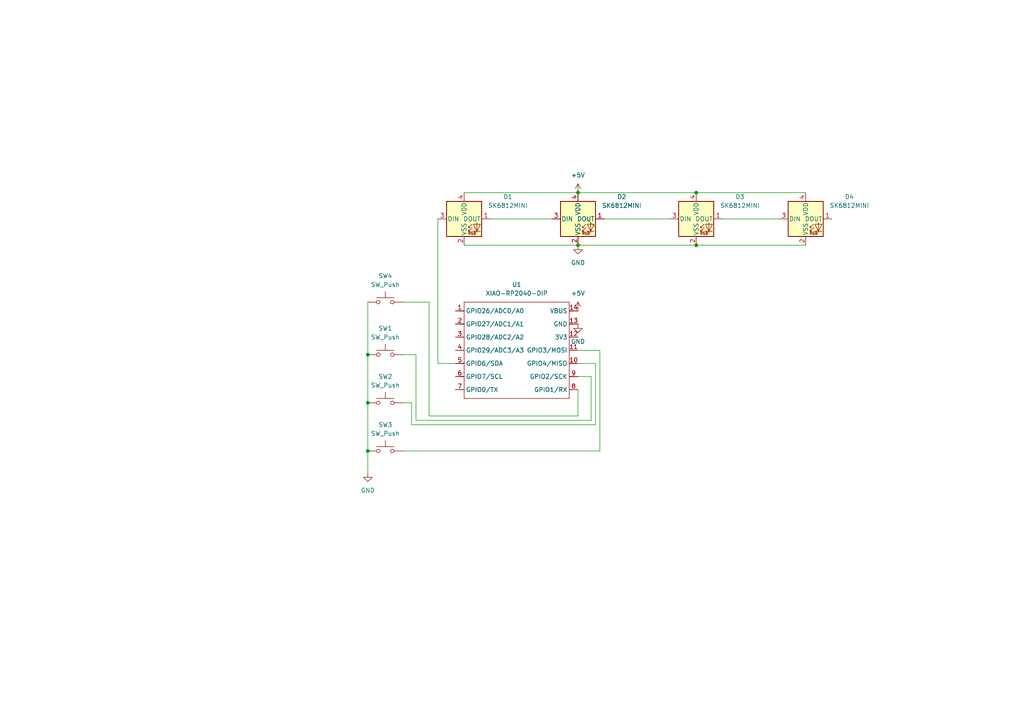
<source format=kicad_sch>
(kicad_sch
	(version 20250114)
	(generator "eeschema")
	(generator_version "9.0")
	(uuid "c58760ed-8396-4ee1-92b4-d6d1fcb9c614")
	(paper "A4")
	(lib_symbols
		(symbol "LED:SK6812MINI"
			(pin_names
				(offset 0.254)
			)
			(exclude_from_sim no)
			(in_bom yes)
			(on_board yes)
			(property "Reference" "D"
				(at 5.08 5.715 0)
				(effects
					(font
						(size 1.27 1.27)
					)
					(justify right bottom)
				)
			)
			(property "Value" "SK6812MINI"
				(at 1.27 -5.715 0)
				(effects
					(font
						(size 1.27 1.27)
					)
					(justify left top)
				)
			)
			(property "Footprint" "LED_SMD:LED_SK6812MINI_PLCC4_3.5x3.5mm_P1.75mm"
				(at 1.27 -7.62 0)
				(effects
					(font
						(size 1.27 1.27)
					)
					(justify left top)
					(hide yes)
				)
			)
			(property "Datasheet" "https://cdn-shop.adafruit.com/product-files/2686/SK6812MINI_REV.01-1-2.pdf"
				(at 2.54 -9.525 0)
				(effects
					(font
						(size 1.27 1.27)
					)
					(justify left top)
					(hide yes)
				)
			)
			(property "Description" "RGB LED with integrated controller"
				(at 0 0 0)
				(effects
					(font
						(size 1.27 1.27)
					)
					(hide yes)
				)
			)
			(property "ki_keywords" "RGB LED NeoPixel Mini addressable"
				(at 0 0 0)
				(effects
					(font
						(size 1.27 1.27)
					)
					(hide yes)
				)
			)
			(property "ki_fp_filters" "LED*SK6812MINI*PLCC*3.5x3.5mm*P1.75mm*"
				(at 0 0 0)
				(effects
					(font
						(size 1.27 1.27)
					)
					(hide yes)
				)
			)
			(symbol "SK6812MINI_0_0"
				(text "RGB"
					(at 2.286 -4.191 0)
					(effects
						(font
							(size 0.762 0.762)
						)
					)
				)
			)
			(symbol "SK6812MINI_0_1"
				(polyline
					(pts
						(xy 1.27 -2.54) (xy 1.778 -2.54)
					)
					(stroke
						(width 0)
						(type default)
					)
					(fill
						(type none)
					)
				)
				(polyline
					(pts
						(xy 1.27 -3.556) (xy 1.778 -3.556)
					)
					(stroke
						(width 0)
						(type default)
					)
					(fill
						(type none)
					)
				)
				(polyline
					(pts
						(xy 2.286 -1.524) (xy 1.27 -2.54) (xy 1.27 -2.032)
					)
					(stroke
						(width 0)
						(type default)
					)
					(fill
						(type none)
					)
				)
				(polyline
					(pts
						(xy 2.286 -2.54) (xy 1.27 -3.556) (xy 1.27 -3.048)
					)
					(stroke
						(width 0)
						(type default)
					)
					(fill
						(type none)
					)
				)
				(polyline
					(pts
						(xy 3.683 -1.016) (xy 3.683 -3.556) (xy 3.683 -4.064)
					)
					(stroke
						(width 0)
						(type default)
					)
					(fill
						(type none)
					)
				)
				(polyline
					(pts
						(xy 4.699 -1.524) (xy 2.667 -1.524) (xy 3.683 -3.556) (xy 4.699 -1.524)
					)
					(stroke
						(width 0)
						(type default)
					)
					(fill
						(type none)
					)
				)
				(polyline
					(pts
						(xy 4.699 -3.556) (xy 2.667 -3.556)
					)
					(stroke
						(width 0)
						(type default)
					)
					(fill
						(type none)
					)
				)
				(rectangle
					(start 5.08 5.08)
					(end -5.08 -5.08)
					(stroke
						(width 0.254)
						(type default)
					)
					(fill
						(type background)
					)
				)
			)
			(symbol "SK6812MINI_1_1"
				(pin input line
					(at -7.62 0 0)
					(length 2.54)
					(name "DIN"
						(effects
							(font
								(size 1.27 1.27)
							)
						)
					)
					(number "3"
						(effects
							(font
								(size 1.27 1.27)
							)
						)
					)
				)
				(pin power_in line
					(at 0 7.62 270)
					(length 2.54)
					(name "VDD"
						(effects
							(font
								(size 1.27 1.27)
							)
						)
					)
					(number "4"
						(effects
							(font
								(size 1.27 1.27)
							)
						)
					)
				)
				(pin power_in line
					(at 0 -7.62 90)
					(length 2.54)
					(name "VSS"
						(effects
							(font
								(size 1.27 1.27)
							)
						)
					)
					(number "2"
						(effects
							(font
								(size 1.27 1.27)
							)
						)
					)
				)
				(pin output line
					(at 7.62 0 180)
					(length 2.54)
					(name "DOUT"
						(effects
							(font
								(size 1.27 1.27)
							)
						)
					)
					(number "1"
						(effects
							(font
								(size 1.27 1.27)
							)
						)
					)
				)
			)
			(embedded_fonts no)
		)
		(symbol "Seeed_Studio_XIAO_Series:XIAO-RP2040-DIP"
			(exclude_from_sim no)
			(in_bom yes)
			(on_board yes)
			(property "Reference" "U"
				(at 0 0 0)
				(effects
					(font
						(size 1.27 1.27)
					)
				)
			)
			(property "Value" "XIAO-RP2040-DIP"
				(at 5.334 -1.778 0)
				(effects
					(font
						(size 1.27 1.27)
					)
				)
			)
			(property "Footprint" "Module:MOUDLE14P-XIAO-DIP-SMD"
				(at 14.478 -32.258 0)
				(effects
					(font
						(size 1.27 1.27)
					)
					(hide yes)
				)
			)
			(property "Datasheet" ""
				(at 0 0 0)
				(effects
					(font
						(size 1.27 1.27)
					)
					(hide yes)
				)
			)
			(property "Description" ""
				(at 0 0 0)
				(effects
					(font
						(size 1.27 1.27)
					)
					(hide yes)
				)
			)
			(symbol "XIAO-RP2040-DIP_1_0"
				(polyline
					(pts
						(xy -1.27 -2.54) (xy 29.21 -2.54)
					)
					(stroke
						(width 0.1524)
						(type solid)
					)
					(fill
						(type none)
					)
				)
				(polyline
					(pts
						(xy -1.27 -5.08) (xy -2.54 -5.08)
					)
					(stroke
						(width 0.1524)
						(type solid)
					)
					(fill
						(type none)
					)
				)
				(polyline
					(pts
						(xy -1.27 -5.08) (xy -1.27 -2.54)
					)
					(stroke
						(width 0.1524)
						(type solid)
					)
					(fill
						(type none)
					)
				)
				(polyline
					(pts
						(xy -1.27 -8.89) (xy -2.54 -8.89)
					)
					(stroke
						(width 0.1524)
						(type solid)
					)
					(fill
						(type none)
					)
				)
				(polyline
					(pts
						(xy -1.27 -8.89) (xy -1.27 -5.08)
					)
					(stroke
						(width 0.1524)
						(type solid)
					)
					(fill
						(type none)
					)
				)
				(polyline
					(pts
						(xy -1.27 -12.7) (xy -2.54 -12.7)
					)
					(stroke
						(width 0.1524)
						(type solid)
					)
					(fill
						(type none)
					)
				)
				(polyline
					(pts
						(xy -1.27 -12.7) (xy -1.27 -8.89)
					)
					(stroke
						(width 0.1524)
						(type solid)
					)
					(fill
						(type none)
					)
				)
				(polyline
					(pts
						(xy -1.27 -16.51) (xy -2.54 -16.51)
					)
					(stroke
						(width 0.1524)
						(type solid)
					)
					(fill
						(type none)
					)
				)
				(polyline
					(pts
						(xy -1.27 -16.51) (xy -1.27 -12.7)
					)
					(stroke
						(width 0.1524)
						(type solid)
					)
					(fill
						(type none)
					)
				)
				(polyline
					(pts
						(xy -1.27 -20.32) (xy -2.54 -20.32)
					)
					(stroke
						(width 0.1524)
						(type solid)
					)
					(fill
						(type none)
					)
				)
				(polyline
					(pts
						(xy -1.27 -24.13) (xy -2.54 -24.13)
					)
					(stroke
						(width 0.1524)
						(type solid)
					)
					(fill
						(type none)
					)
				)
				(polyline
					(pts
						(xy -1.27 -27.94) (xy -2.54 -27.94)
					)
					(stroke
						(width 0.1524)
						(type solid)
					)
					(fill
						(type none)
					)
				)
				(polyline
					(pts
						(xy -1.27 -30.48) (xy -1.27 -16.51)
					)
					(stroke
						(width 0.1524)
						(type solid)
					)
					(fill
						(type none)
					)
				)
				(polyline
					(pts
						(xy 29.21 -2.54) (xy 29.21 -5.08)
					)
					(stroke
						(width 0.1524)
						(type solid)
					)
					(fill
						(type none)
					)
				)
				(polyline
					(pts
						(xy 29.21 -5.08) (xy 29.21 -8.89)
					)
					(stroke
						(width 0.1524)
						(type solid)
					)
					(fill
						(type none)
					)
				)
				(polyline
					(pts
						(xy 29.21 -8.89) (xy 29.21 -12.7)
					)
					(stroke
						(width 0.1524)
						(type solid)
					)
					(fill
						(type none)
					)
				)
				(polyline
					(pts
						(xy 29.21 -12.7) (xy 29.21 -30.48)
					)
					(stroke
						(width 0.1524)
						(type solid)
					)
					(fill
						(type none)
					)
				)
				(polyline
					(pts
						(xy 29.21 -30.48) (xy -1.27 -30.48)
					)
					(stroke
						(width 0.1524)
						(type solid)
					)
					(fill
						(type none)
					)
				)
				(polyline
					(pts
						(xy 30.48 -5.08) (xy 29.21 -5.08)
					)
					(stroke
						(width 0.1524)
						(type solid)
					)
					(fill
						(type none)
					)
				)
				(polyline
					(pts
						(xy 30.48 -8.89) (xy 29.21 -8.89)
					)
					(stroke
						(width 0.1524)
						(type solid)
					)
					(fill
						(type none)
					)
				)
				(polyline
					(pts
						(xy 30.48 -12.7) (xy 29.21 -12.7)
					)
					(stroke
						(width 0.1524)
						(type solid)
					)
					(fill
						(type none)
					)
				)
				(polyline
					(pts
						(xy 30.48 -16.51) (xy 29.21 -16.51)
					)
					(stroke
						(width 0.1524)
						(type solid)
					)
					(fill
						(type none)
					)
				)
				(polyline
					(pts
						(xy 30.48 -20.32) (xy 29.21 -20.32)
					)
					(stroke
						(width 0.1524)
						(type solid)
					)
					(fill
						(type none)
					)
				)
				(polyline
					(pts
						(xy 30.48 -24.13) (xy 29.21 -24.13)
					)
					(stroke
						(width 0.1524)
						(type solid)
					)
					(fill
						(type none)
					)
				)
				(polyline
					(pts
						(xy 30.48 -27.94) (xy 29.21 -27.94)
					)
					(stroke
						(width 0.1524)
						(type solid)
					)
					(fill
						(type none)
					)
				)
				(pin passive line
					(at -3.81 -5.08 0)
					(length 2.54)
					(name "GPIO26/ADC0/A0"
						(effects
							(font
								(size 1.27 1.27)
							)
						)
					)
					(number "1"
						(effects
							(font
								(size 1.27 1.27)
							)
						)
					)
				)
				(pin passive line
					(at -3.81 -8.89 0)
					(length 2.54)
					(name "GPIO27/ADC1/A1"
						(effects
							(font
								(size 1.27 1.27)
							)
						)
					)
					(number "2"
						(effects
							(font
								(size 1.27 1.27)
							)
						)
					)
				)
				(pin passive line
					(at -3.81 -12.7 0)
					(length 2.54)
					(name "GPIO28/ADC2/A2"
						(effects
							(font
								(size 1.27 1.27)
							)
						)
					)
					(number "3"
						(effects
							(font
								(size 1.27 1.27)
							)
						)
					)
				)
				(pin passive line
					(at -3.81 -16.51 0)
					(length 2.54)
					(name "GPIO29/ADC3/A3"
						(effects
							(font
								(size 1.27 1.27)
							)
						)
					)
					(number "4"
						(effects
							(font
								(size 1.27 1.27)
							)
						)
					)
				)
				(pin passive line
					(at -3.81 -20.32 0)
					(length 2.54)
					(name "GPIO6/SDA"
						(effects
							(font
								(size 1.27 1.27)
							)
						)
					)
					(number "5"
						(effects
							(font
								(size 1.27 1.27)
							)
						)
					)
				)
				(pin passive line
					(at -3.81 -24.13 0)
					(length 2.54)
					(name "GPIO7/SCL"
						(effects
							(font
								(size 1.27 1.27)
							)
						)
					)
					(number "6"
						(effects
							(font
								(size 1.27 1.27)
							)
						)
					)
				)
				(pin passive line
					(at -3.81 -27.94 0)
					(length 2.54)
					(name "GPIO0/TX"
						(effects
							(font
								(size 1.27 1.27)
							)
						)
					)
					(number "7"
						(effects
							(font
								(size 1.27 1.27)
							)
						)
					)
				)
				(pin passive line
					(at 31.75 -5.08 180)
					(length 2.54)
					(name "VBUS"
						(effects
							(font
								(size 1.27 1.27)
							)
						)
					)
					(number "14"
						(effects
							(font
								(size 1.27 1.27)
							)
						)
					)
				)
				(pin passive line
					(at 31.75 -8.89 180)
					(length 2.54)
					(name "GND"
						(effects
							(font
								(size 1.27 1.27)
							)
						)
					)
					(number "13"
						(effects
							(font
								(size 1.27 1.27)
							)
						)
					)
				)
				(pin passive line
					(at 31.75 -12.7 180)
					(length 2.54)
					(name "3V3"
						(effects
							(font
								(size 1.27 1.27)
							)
						)
					)
					(number "12"
						(effects
							(font
								(size 1.27 1.27)
							)
						)
					)
				)
				(pin passive line
					(at 31.75 -16.51 180)
					(length 2.54)
					(name "GPIO3/MOSI"
						(effects
							(font
								(size 1.27 1.27)
							)
						)
					)
					(number "11"
						(effects
							(font
								(size 1.27 1.27)
							)
						)
					)
				)
				(pin passive line
					(at 31.75 -20.32 180)
					(length 2.54)
					(name "GPIO4/MISO"
						(effects
							(font
								(size 1.27 1.27)
							)
						)
					)
					(number "10"
						(effects
							(font
								(size 1.27 1.27)
							)
						)
					)
				)
				(pin passive line
					(at 31.75 -24.13 180)
					(length 2.54)
					(name "GPIO2/SCK"
						(effects
							(font
								(size 1.27 1.27)
							)
						)
					)
					(number "9"
						(effects
							(font
								(size 1.27 1.27)
							)
						)
					)
				)
				(pin passive line
					(at 31.75 -27.94 180)
					(length 2.54)
					(name "GPIO1/RX"
						(effects
							(font
								(size 1.27 1.27)
							)
						)
					)
					(number "8"
						(effects
							(font
								(size 1.27 1.27)
							)
						)
					)
				)
			)
			(embedded_fonts no)
		)
		(symbol "Switch:SW_Push"
			(pin_numbers
				(hide yes)
			)
			(pin_names
				(offset 1.016)
				(hide yes)
			)
			(exclude_from_sim no)
			(in_bom yes)
			(on_board yes)
			(property "Reference" "SW"
				(at 1.27 2.54 0)
				(effects
					(font
						(size 1.27 1.27)
					)
					(justify left)
				)
			)
			(property "Value" "SW_Push"
				(at 0 -1.524 0)
				(effects
					(font
						(size 1.27 1.27)
					)
				)
			)
			(property "Footprint" ""
				(at 0 5.08 0)
				(effects
					(font
						(size 1.27 1.27)
					)
					(hide yes)
				)
			)
			(property "Datasheet" "~"
				(at 0 5.08 0)
				(effects
					(font
						(size 1.27 1.27)
					)
					(hide yes)
				)
			)
			(property "Description" "Push button switch, generic, two pins"
				(at 0 0 0)
				(effects
					(font
						(size 1.27 1.27)
					)
					(hide yes)
				)
			)
			(property "ki_keywords" "switch normally-open pushbutton push-button"
				(at 0 0 0)
				(effects
					(font
						(size 1.27 1.27)
					)
					(hide yes)
				)
			)
			(symbol "SW_Push_0_1"
				(circle
					(center -2.032 0)
					(radius 0.508)
					(stroke
						(width 0)
						(type default)
					)
					(fill
						(type none)
					)
				)
				(polyline
					(pts
						(xy 0 1.27) (xy 0 3.048)
					)
					(stroke
						(width 0)
						(type default)
					)
					(fill
						(type none)
					)
				)
				(circle
					(center 2.032 0)
					(radius 0.508)
					(stroke
						(width 0)
						(type default)
					)
					(fill
						(type none)
					)
				)
				(polyline
					(pts
						(xy 2.54 1.27) (xy -2.54 1.27)
					)
					(stroke
						(width 0)
						(type default)
					)
					(fill
						(type none)
					)
				)
				(pin passive line
					(at -5.08 0 0)
					(length 2.54)
					(name "1"
						(effects
							(font
								(size 1.27 1.27)
							)
						)
					)
					(number "1"
						(effects
							(font
								(size 1.27 1.27)
							)
						)
					)
				)
				(pin passive line
					(at 5.08 0 180)
					(length 2.54)
					(name "2"
						(effects
							(font
								(size 1.27 1.27)
							)
						)
					)
					(number "2"
						(effects
							(font
								(size 1.27 1.27)
							)
						)
					)
				)
			)
			(embedded_fonts no)
		)
		(symbol "power:+5V"
			(power)
			(pin_numbers
				(hide yes)
			)
			(pin_names
				(offset 0)
				(hide yes)
			)
			(exclude_from_sim no)
			(in_bom yes)
			(on_board yes)
			(property "Reference" "#PWR"
				(at 0 -3.81 0)
				(effects
					(font
						(size 1.27 1.27)
					)
					(hide yes)
				)
			)
			(property "Value" "+5V"
				(at 0 3.556 0)
				(effects
					(font
						(size 1.27 1.27)
					)
				)
			)
			(property "Footprint" ""
				(at 0 0 0)
				(effects
					(font
						(size 1.27 1.27)
					)
					(hide yes)
				)
			)
			(property "Datasheet" ""
				(at 0 0 0)
				(effects
					(font
						(size 1.27 1.27)
					)
					(hide yes)
				)
			)
			(property "Description" "Power symbol creates a global label with name \"+5V\""
				(at 0 0 0)
				(effects
					(font
						(size 1.27 1.27)
					)
					(hide yes)
				)
			)
			(property "ki_keywords" "global power"
				(at 0 0 0)
				(effects
					(font
						(size 1.27 1.27)
					)
					(hide yes)
				)
			)
			(symbol "+5V_0_1"
				(polyline
					(pts
						(xy -0.762 1.27) (xy 0 2.54)
					)
					(stroke
						(width 0)
						(type default)
					)
					(fill
						(type none)
					)
				)
				(polyline
					(pts
						(xy 0 2.54) (xy 0.762 1.27)
					)
					(stroke
						(width 0)
						(type default)
					)
					(fill
						(type none)
					)
				)
				(polyline
					(pts
						(xy 0 0) (xy 0 2.54)
					)
					(stroke
						(width 0)
						(type default)
					)
					(fill
						(type none)
					)
				)
			)
			(symbol "+5V_1_1"
				(pin power_in line
					(at 0 0 90)
					(length 0)
					(name "~"
						(effects
							(font
								(size 1.27 1.27)
							)
						)
					)
					(number "1"
						(effects
							(font
								(size 1.27 1.27)
							)
						)
					)
				)
			)
			(embedded_fonts no)
		)
		(symbol "power:GND"
			(power)
			(pin_numbers
				(hide yes)
			)
			(pin_names
				(offset 0)
				(hide yes)
			)
			(exclude_from_sim no)
			(in_bom yes)
			(on_board yes)
			(property "Reference" "#PWR"
				(at 0 -6.35 0)
				(effects
					(font
						(size 1.27 1.27)
					)
					(hide yes)
				)
			)
			(property "Value" "GND"
				(at 0 -3.81 0)
				(effects
					(font
						(size 1.27 1.27)
					)
				)
			)
			(property "Footprint" ""
				(at 0 0 0)
				(effects
					(font
						(size 1.27 1.27)
					)
					(hide yes)
				)
			)
			(property "Datasheet" ""
				(at 0 0 0)
				(effects
					(font
						(size 1.27 1.27)
					)
					(hide yes)
				)
			)
			(property "Description" "Power symbol creates a global label with name \"GND\" , ground"
				(at 0 0 0)
				(effects
					(font
						(size 1.27 1.27)
					)
					(hide yes)
				)
			)
			(property "ki_keywords" "global power"
				(at 0 0 0)
				(effects
					(font
						(size 1.27 1.27)
					)
					(hide yes)
				)
			)
			(symbol "GND_0_1"
				(polyline
					(pts
						(xy 0 0) (xy 0 -1.27) (xy 1.27 -1.27) (xy 0 -2.54) (xy -1.27 -1.27) (xy 0 -1.27)
					)
					(stroke
						(width 0)
						(type default)
					)
					(fill
						(type none)
					)
				)
			)
			(symbol "GND_1_1"
				(pin power_in line
					(at 0 0 270)
					(length 0)
					(name "~"
						(effects
							(font
								(size 1.27 1.27)
							)
						)
					)
					(number "1"
						(effects
							(font
								(size 1.27 1.27)
							)
						)
					)
				)
			)
			(embedded_fonts no)
		)
	)
	(junction
		(at 201.93 55.88)
		(diameter 0)
		(color 0 0 0 0)
		(uuid "1c788b3f-c1c6-4d91-80a2-bb49f0c0b4d4")
	)
	(junction
		(at 106.68 102.87)
		(diameter 0)
		(color 0 0 0 0)
		(uuid "6908e5e3-d97f-40c7-916c-508b56ad335f")
	)
	(junction
		(at 167.64 55.88)
		(diameter 0)
		(color 0 0 0 0)
		(uuid "6d308fc9-650a-4906-a424-94524490fa49")
	)
	(junction
		(at 167.64 71.12)
		(diameter 0)
		(color 0 0 0 0)
		(uuid "a0a1e78f-c717-4fd1-a9f1-5f4fce895472")
	)
	(junction
		(at 106.68 116.84)
		(diameter 0)
		(color 0 0 0 0)
		(uuid "b27b006c-50b0-4eab-8b33-3c69b5dff4e0")
	)
	(junction
		(at 106.68 130.81)
		(diameter 0)
		(color 0 0 0 0)
		(uuid "ca865fc6-0a4e-4c73-a6a9-47e94c356c1a")
	)
	(junction
		(at 201.93 71.12)
		(diameter 0)
		(color 0 0 0 0)
		(uuid "d02cc685-0a46-4612-87c4-5dcd9cb1178e")
	)
	(bus_entry
		(at 170.18 63.5)
		(size 2.54 2.54)
		(stroke
			(width 0)
			(type default)
		)
		(uuid "dcf7143e-228b-47f9-9bf6-4ad63bee9bb0")
	)
	(wire
		(pts
			(xy 106.68 87.63) (xy 106.68 102.87)
		)
		(stroke
			(width 0)
			(type default)
		)
		(uuid "0225e526-88a5-4762-b7d0-16e969fcef8a")
	)
	(wire
		(pts
			(xy 167.64 120.65) (xy 167.64 113.03)
		)
		(stroke
			(width 0)
			(type default)
		)
		(uuid "0c8c7d10-a03f-4e67-a771-dc96ef65fd7a")
	)
	(wire
		(pts
			(xy 201.93 71.12) (xy 233.68 71.12)
		)
		(stroke
			(width 0)
			(type default)
		)
		(uuid "0ca8f25d-c8df-4ead-8016-a722227df84f")
	)
	(wire
		(pts
			(xy 106.68 116.84) (xy 106.68 130.81)
		)
		(stroke
			(width 0)
			(type default)
		)
		(uuid "1a87157f-3006-4fc1-b61b-c9d19bb561f3")
	)
	(wire
		(pts
			(xy 201.93 55.88) (xy 233.68 55.88)
		)
		(stroke
			(width 0)
			(type default)
		)
		(uuid "21a1371f-236d-47fe-a745-a24453a2d3a0")
	)
	(wire
		(pts
			(xy 172.72 123.19) (xy 172.72 105.41)
		)
		(stroke
			(width 0)
			(type default)
		)
		(uuid "2bab133c-680d-4b73-9ccf-5b92cd98ad6f")
	)
	(wire
		(pts
			(xy 142.24 63.5) (xy 160.02 63.5)
		)
		(stroke
			(width 0)
			(type default)
		)
		(uuid "36fc41be-46a7-4376-ad52-7cbddc35ee3b")
	)
	(wire
		(pts
			(xy 175.26 63.5) (xy 194.31 63.5)
		)
		(stroke
			(width 0)
			(type default)
		)
		(uuid "3b6d777d-0b8c-4eb6-a8ae-941861845b79")
	)
	(wire
		(pts
			(xy 134.62 71.12) (xy 167.64 71.12)
		)
		(stroke
			(width 0)
			(type default)
		)
		(uuid "3c391f3b-24f1-40b9-bbd3-32664dafa891")
	)
	(wire
		(pts
			(xy 209.55 63.5) (xy 226.06 63.5)
		)
		(stroke
			(width 0)
			(type default)
		)
		(uuid "409fc6bc-2d79-49ba-99e5-29c3107becd5")
	)
	(wire
		(pts
			(xy 116.84 116.84) (xy 119.38 116.84)
		)
		(stroke
			(width 0)
			(type default)
		)
		(uuid "42f3ea23-d6f1-49a1-aa0a-ddc31707ebc7")
	)
	(wire
		(pts
			(xy 120.65 102.87) (xy 120.65 121.92)
		)
		(stroke
			(width 0)
			(type default)
		)
		(uuid "5a01f89f-0931-4d46-9e04-69b66fb44390")
	)
	(wire
		(pts
			(xy 173.99 130.81) (xy 173.99 101.6)
		)
		(stroke
			(width 0)
			(type default)
		)
		(uuid "61653e7a-fb33-4db9-b784-f4cef28542cf")
	)
	(wire
		(pts
			(xy 116.84 87.63) (xy 124.46 87.63)
		)
		(stroke
			(width 0)
			(type default)
		)
		(uuid "710d0115-a863-41c0-82e6-d9cf7052f3f5")
	)
	(wire
		(pts
			(xy 124.46 120.65) (xy 167.64 120.65)
		)
		(stroke
			(width 0)
			(type default)
		)
		(uuid "72d2a471-3779-4f5f-9925-301976bc4014")
	)
	(wire
		(pts
			(xy 119.38 123.19) (xy 172.72 123.19)
		)
		(stroke
			(width 0)
			(type default)
		)
		(uuid "73de0807-8aec-4761-9cb0-ae49d78d54ee")
	)
	(wire
		(pts
			(xy 120.65 121.92) (xy 171.45 121.92)
		)
		(stroke
			(width 0)
			(type default)
		)
		(uuid "7622b7a8-33f6-4605-acf2-938fa7717c85")
	)
	(wire
		(pts
			(xy 167.64 71.12) (xy 201.93 71.12)
		)
		(stroke
			(width 0)
			(type default)
		)
		(uuid "7da72bb7-0af2-4cec-a173-3f1ff6b5b111")
	)
	(wire
		(pts
			(xy 173.99 101.6) (xy 167.64 101.6)
		)
		(stroke
			(width 0)
			(type default)
		)
		(uuid "93cf30bb-6aad-454d-8a76-58db85af479e")
	)
	(wire
		(pts
			(xy 106.68 102.87) (xy 106.68 116.84)
		)
		(stroke
			(width 0)
			(type default)
		)
		(uuid "994c7869-82e7-4abd-9727-b3fda214a821")
	)
	(wire
		(pts
			(xy 132.08 105.41) (xy 127 105.41)
		)
		(stroke
			(width 0)
			(type default)
		)
		(uuid "9d73e2ce-dc92-42f4-bdd1-9bccdd818807")
	)
	(wire
		(pts
			(xy 134.62 55.88) (xy 167.64 55.88)
		)
		(stroke
			(width 0)
			(type default)
		)
		(uuid "9d9c2606-50b1-4732-ace0-e8011480410f")
	)
	(wire
		(pts
			(xy 124.46 87.63) (xy 124.46 120.65)
		)
		(stroke
			(width 0)
			(type default)
		)
		(uuid "9f20bce2-a596-4319-8c50-ffb74e0f25e8")
	)
	(wire
		(pts
			(xy 127 63.5) (xy 127 105.41)
		)
		(stroke
			(width 0)
			(type default)
		)
		(uuid "a29f0999-6a97-4d61-93ab-9f122c3f91b1")
	)
	(wire
		(pts
			(xy 171.45 109.22) (xy 167.64 109.22)
		)
		(stroke
			(width 0)
			(type default)
		)
		(uuid "a732b5cb-16f9-46a2-9b36-7676298a86fa")
	)
	(wire
		(pts
			(xy 106.68 130.81) (xy 106.68 137.16)
		)
		(stroke
			(width 0)
			(type default)
		)
		(uuid "b4470736-7876-4047-aaf5-4f42cf49219b")
	)
	(wire
		(pts
			(xy 116.84 130.81) (xy 173.99 130.81)
		)
		(stroke
			(width 0)
			(type default)
		)
		(uuid "c0b95ed7-9781-41b3-8ef9-225484dca93b")
	)
	(wire
		(pts
			(xy 172.72 105.41) (xy 167.64 105.41)
		)
		(stroke
			(width 0)
			(type default)
		)
		(uuid "c3f5f891-cccc-486a-b349-9f003b9eb025")
	)
	(wire
		(pts
			(xy 119.38 116.84) (xy 119.38 123.19)
		)
		(stroke
			(width 0)
			(type default)
		)
		(uuid "cc2d36f3-6f5f-4083-8971-21b9769d2426")
	)
	(wire
		(pts
			(xy 116.84 102.87) (xy 120.65 102.87)
		)
		(stroke
			(width 0)
			(type default)
		)
		(uuid "cfa88904-4e65-4393-852b-7c370c88f9d0")
	)
	(wire
		(pts
			(xy 171.45 121.92) (xy 171.45 109.22)
		)
		(stroke
			(width 0)
			(type default)
		)
		(uuid "d12b8d95-a6bf-4a53-b4a1-6024acf4930f")
	)
	(wire
		(pts
			(xy 167.64 55.88) (xy 201.93 55.88)
		)
		(stroke
			(width 0)
			(type default)
		)
		(uuid "f50899a5-63da-48be-9dfa-b70e7690eb87")
	)
	(symbol
		(lib_id "Switch:SW_Push")
		(at 111.76 130.81 0)
		(unit 1)
		(exclude_from_sim no)
		(in_bom yes)
		(on_board yes)
		(dnp no)
		(fields_autoplaced yes)
		(uuid "0cb891ba-1df0-497f-8c41-6d2fe0dd4d8e")
		(property "Reference" "SW3"
			(at 111.76 123.19 0)
			(effects
				(font
					(size 1.27 1.27)
				)
			)
		)
		(property "Value" "SW_Push"
			(at 111.76 125.73 0)
			(effects
				(font
					(size 1.27 1.27)
				)
			)
		)
		(property "Footprint" "Button_Switch_Keyboard:SW_Cherry_MX_1.00u_PCB"
			(at 111.76 125.73 0)
			(effects
				(font
					(size 1.27 1.27)
				)
				(hide yes)
			)
		)
		(property "Datasheet" "~"
			(at 111.76 125.73 0)
			(effects
				(font
					(size 1.27 1.27)
				)
				(hide yes)
			)
		)
		(property "Description" "Push button switch, generic, two pins"
			(at 111.76 130.81 0)
			(effects
				(font
					(size 1.27 1.27)
				)
				(hide yes)
			)
		)
		(pin "1"
			(uuid "40014acc-bb18-44ca-8016-92ab909ee622")
		)
		(pin "2"
			(uuid "fff59cfb-ef6f-46d1-9250-16bc500c0036")
		)
		(instances
			(project ""
				(path "/c58760ed-8396-4ee1-92b4-d6d1fcb9c614"
					(reference "SW3")
					(unit 1)
				)
			)
		)
	)
	(symbol
		(lib_id "power:GND")
		(at 106.68 137.16 0)
		(unit 1)
		(exclude_from_sim no)
		(in_bom yes)
		(on_board yes)
		(dnp no)
		(fields_autoplaced yes)
		(uuid "2816efb8-117b-42c1-a742-467424f7a205")
		(property "Reference" "#PWR01"
			(at 106.68 143.51 0)
			(effects
				(font
					(size 1.27 1.27)
				)
				(hide yes)
			)
		)
		(property "Value" "GND"
			(at 106.68 142.24 0)
			(effects
				(font
					(size 1.27 1.27)
				)
			)
		)
		(property "Footprint" ""
			(at 106.68 137.16 0)
			(effects
				(font
					(size 1.27 1.27)
				)
				(hide yes)
			)
		)
		(property "Datasheet" ""
			(at 106.68 137.16 0)
			(effects
				(font
					(size 1.27 1.27)
				)
				(hide yes)
			)
		)
		(property "Description" "Power symbol creates a global label with name \"GND\" , ground"
			(at 106.68 137.16 0)
			(effects
				(font
					(size 1.27 1.27)
				)
				(hide yes)
			)
		)
		(pin "1"
			(uuid "694458f2-bbc8-4578-8538-7d61f9fbc1c5")
		)
		(instances
			(project ""
				(path "/c58760ed-8396-4ee1-92b4-d6d1fcb9c614"
					(reference "#PWR01")
					(unit 1)
				)
			)
		)
	)
	(symbol
		(lib_id "LED:SK6812MINI")
		(at 233.68 63.5 0)
		(unit 1)
		(exclude_from_sim no)
		(in_bom yes)
		(on_board yes)
		(dnp no)
		(fields_autoplaced yes)
		(uuid "2d844b76-0031-4096-8bff-0304d5ace485")
		(property "Reference" "D4"
			(at 246.38 57.0798 0)
			(effects
				(font
					(size 1.27 1.27)
				)
			)
		)
		(property "Value" "SK6812MINI"
			(at 246.38 59.6198 0)
			(effects
				(font
					(size 1.27 1.27)
				)
			)
		)
		(property "Footprint" "LED_SMD:LED_SK6812MINI_PLCC4_3.5x3.5mm_P1.75mm"
			(at 234.95 71.12 0)
			(effects
				(font
					(size 1.27 1.27)
				)
				(justify left top)
				(hide yes)
			)
		)
		(property "Datasheet" "https://cdn-shop.adafruit.com/product-files/2686/SK6812MINI_REV.01-1-2.pdf"
			(at 236.22 73.025 0)
			(effects
				(font
					(size 1.27 1.27)
				)
				(justify left top)
				(hide yes)
			)
		)
		(property "Description" "RGB LED with integrated controller"
			(at 233.68 63.5 0)
			(effects
				(font
					(size 1.27 1.27)
				)
				(hide yes)
			)
		)
		(pin "4"
			(uuid "2cf94dc6-d835-46e8-827e-c607178f1dfc")
		)
		(pin "2"
			(uuid "c9188787-ceb1-4eab-ad7b-898d91a5043f")
		)
		(pin "3"
			(uuid "4b02f5af-3fa3-4dfd-a496-f843416bf186")
		)
		(pin "1"
			(uuid "9c74b5b9-747a-4649-83de-0b62df79cc81")
		)
		(instances
			(project ""
				(path "/c58760ed-8396-4ee1-92b4-d6d1fcb9c614"
					(reference "D4")
					(unit 1)
				)
			)
		)
	)
	(symbol
		(lib_id "LED:SK6812MINI")
		(at 167.64 63.5 0)
		(unit 1)
		(exclude_from_sim no)
		(in_bom yes)
		(on_board yes)
		(dnp no)
		(fields_autoplaced yes)
		(uuid "3180805c-0280-4902-aea2-135a70778c7d")
		(property "Reference" "D2"
			(at 180.34 57.0798 0)
			(effects
				(font
					(size 1.27 1.27)
				)
			)
		)
		(property "Value" "SK6812MINI"
			(at 180.34 59.6198 0)
			(effects
				(font
					(size 1.27 1.27)
				)
			)
		)
		(property "Footprint" "LED_SMD:LED_SK6812MINI_PLCC4_3.5x3.5mm_P1.75mm"
			(at 168.91 71.12 0)
			(effects
				(font
					(size 1.27 1.27)
				)
				(justify left top)
				(hide yes)
			)
		)
		(property "Datasheet" "https://cdn-shop.adafruit.com/product-files/2686/SK6812MINI_REV.01-1-2.pdf"
			(at 170.18 73.025 0)
			(effects
				(font
					(size 1.27 1.27)
				)
				(justify left top)
				(hide yes)
			)
		)
		(property "Description" "RGB LED with integrated controller"
			(at 167.64 63.5 0)
			(effects
				(font
					(size 1.27 1.27)
				)
				(hide yes)
			)
		)
		(pin "3"
			(uuid "d59a40cc-9fc9-4c99-9628-0e7b168fd19d")
		)
		(pin "2"
			(uuid "5be33598-2ef2-445d-baf1-35d4c69f8eed")
		)
		(pin "4"
			(uuid "db0cf3fc-221c-4a09-ab02-47488d112b5c")
		)
		(pin "1"
			(uuid "79277fff-007c-43a3-b7d5-fd20cc110a45")
		)
		(instances
			(project ""
				(path "/c58760ed-8396-4ee1-92b4-d6d1fcb9c614"
					(reference "D2")
					(unit 1)
				)
			)
		)
	)
	(symbol
		(lib_id "Switch:SW_Push")
		(at 111.76 87.63 0)
		(unit 1)
		(exclude_from_sim no)
		(in_bom yes)
		(on_board yes)
		(dnp no)
		(fields_autoplaced yes)
		(uuid "3b39520e-6799-4f7f-a825-2888e0b19a37")
		(property "Reference" "SW4"
			(at 111.76 80.01 0)
			(effects
				(font
					(size 1.27 1.27)
				)
			)
		)
		(property "Value" "SW_Push"
			(at 111.76 82.55 0)
			(effects
				(font
					(size 1.27 1.27)
				)
			)
		)
		(property "Footprint" "Button_Switch_Keyboard:SW_Cherry_MX_1.00u_PCB"
			(at 111.76 82.55 0)
			(effects
				(font
					(size 1.27 1.27)
				)
				(hide yes)
			)
		)
		(property "Datasheet" "~"
			(at 111.76 82.55 0)
			(effects
				(font
					(size 1.27 1.27)
				)
				(hide yes)
			)
		)
		(property "Description" "Push button switch, generic, two pins"
			(at 111.76 87.63 0)
			(effects
				(font
					(size 1.27 1.27)
				)
				(hide yes)
			)
		)
		(pin "1"
			(uuid "40014acc-bb18-44ca-8016-92ab909ee623")
		)
		(pin "2"
			(uuid "fff59cfb-ef6f-46d1-9250-16bc500c0037")
		)
		(instances
			(project ""
				(path "/c58760ed-8396-4ee1-92b4-d6d1fcb9c614"
					(reference "SW4")
					(unit 1)
				)
			)
		)
	)
	(symbol
		(lib_id "power:GND")
		(at 167.64 93.98 0)
		(unit 1)
		(exclude_from_sim no)
		(in_bom yes)
		(on_board yes)
		(dnp no)
		(fields_autoplaced yes)
		(uuid "4fd8d104-8a7e-43bf-bd03-b371a1b74f33")
		(property "Reference" "#PWR05"
			(at 167.64 100.33 0)
			(effects
				(font
					(size 1.27 1.27)
				)
				(hide yes)
			)
		)
		(property "Value" "GND"
			(at 167.64 99.06 0)
			(effects
				(font
					(size 1.27 1.27)
				)
			)
		)
		(property "Footprint" ""
			(at 167.64 93.98 0)
			(effects
				(font
					(size 1.27 1.27)
				)
				(hide yes)
			)
		)
		(property "Datasheet" ""
			(at 167.64 93.98 0)
			(effects
				(font
					(size 1.27 1.27)
				)
				(hide yes)
			)
		)
		(property "Description" "Power symbol creates a global label with name \"GND\" , ground"
			(at 167.64 93.98 0)
			(effects
				(font
					(size 1.27 1.27)
				)
				(hide yes)
			)
		)
		(pin "1"
			(uuid "26aaa023-aa1c-4851-a205-5b223326fc9e")
		)
		(instances
			(project ""
				(path "/c58760ed-8396-4ee1-92b4-d6d1fcb9c614"
					(reference "#PWR05")
					(unit 1)
				)
			)
		)
	)
	(symbol
		(lib_id "LED:SK6812MINI")
		(at 134.62 63.5 0)
		(unit 1)
		(exclude_from_sim no)
		(in_bom yes)
		(on_board yes)
		(dnp no)
		(fields_autoplaced yes)
		(uuid "8fa0d018-9298-428d-b928-e7ab72d0047e")
		(property "Reference" "D1"
			(at 147.32 57.0798 0)
			(effects
				(font
					(size 1.27 1.27)
				)
			)
		)
		(property "Value" "SK6812MINI"
			(at 147.32 59.6198 0)
			(effects
				(font
					(size 1.27 1.27)
				)
			)
		)
		(property "Footprint" "LED_SMD:LED_SK6812MINI_PLCC4_3.5x3.5mm_P1.75mm"
			(at 135.89 71.12 0)
			(effects
				(font
					(size 1.27 1.27)
				)
				(justify left top)
				(hide yes)
			)
		)
		(property "Datasheet" "https://cdn-shop.adafruit.com/product-files/2686/SK6812MINI_REV.01-1-2.pdf"
			(at 137.16 73.025 0)
			(effects
				(font
					(size 1.27 1.27)
				)
				(justify left top)
				(hide yes)
			)
		)
		(property "Description" "RGB LED with integrated controller"
			(at 134.62 63.5 0)
			(effects
				(font
					(size 1.27 1.27)
				)
				(hide yes)
			)
		)
		(pin "3"
			(uuid "d59a40cc-9fc9-4c99-9628-0e7b168fd19e")
		)
		(pin "2"
			(uuid "5be33598-2ef2-445d-baf1-35d4c69f8eee")
		)
		(pin "4"
			(uuid "db0cf3fc-221c-4a09-ab02-47488d112b5d")
		)
		(pin "1"
			(uuid "79277fff-007c-43a3-b7d5-fd20cc110a46")
		)
		(instances
			(project ""
				(path "/c58760ed-8396-4ee1-92b4-d6d1fcb9c614"
					(reference "D1")
					(unit 1)
				)
			)
		)
	)
	(symbol
		(lib_id "Seeed_Studio_XIAO_Series:XIAO-RP2040-DIP")
		(at 135.89 85.09 0)
		(unit 1)
		(exclude_from_sim no)
		(in_bom yes)
		(on_board yes)
		(dnp no)
		(fields_autoplaced yes)
		(uuid "aadabfe2-1ba2-4d5a-b244-abcc1ada431c")
		(property "Reference" "U1"
			(at 149.86 82.55 0)
			(effects
				(font
					(size 1.27 1.27)
				)
			)
		)
		(property "Value" "XIAO-RP2040-DIP"
			(at 149.86 85.09 0)
			(effects
				(font
					(size 1.27 1.27)
				)
			)
		)
		(property "Footprint" "Seeed Studio XIAO Series Library:XIAO-RP2040-DIP"
			(at 150.368 117.348 0)
			(effects
				(font
					(size 1.27 1.27)
				)
				(hide yes)
			)
		)
		(property "Datasheet" ""
			(at 135.89 85.09 0)
			(effects
				(font
					(size 1.27 1.27)
				)
				(hide yes)
			)
		)
		(property "Description" ""
			(at 135.89 85.09 0)
			(effects
				(font
					(size 1.27 1.27)
				)
				(hide yes)
			)
		)
		(pin "8"
			(uuid "a0279129-99db-464b-8c4d-a12ef4afbc80")
		)
		(pin "6"
			(uuid "f5fed909-3ea7-4f56-871f-d9930c31375d")
		)
		(pin "9"
			(uuid "e87b24c1-4c3a-4446-8d1d-164d266ab557")
		)
		(pin "12"
			(uuid "987cce42-0771-49ea-b139-102bf39aae9e")
		)
		(pin "2"
			(uuid "5244a757-9ae3-46a5-88ac-900dc16d325d")
		)
		(pin "3"
			(uuid "6caccef7-ea94-4080-baae-7d1c934512f4")
		)
		(pin "4"
			(uuid "81fb0e63-c211-4895-85bf-6393db372e7f")
		)
		(pin "7"
			(uuid "f0ece7da-f324-4764-a4fa-337c29404d21")
		)
		(pin "14"
			(uuid "86b4e6fb-96d5-4842-b6eb-a7305b2eb346")
		)
		(pin "13"
			(uuid "988c5897-b679-4247-a0a6-e66387d09e1d")
		)
		(pin "1"
			(uuid "9463ec51-e0f4-4fb2-b992-e4f9f29526a7")
		)
		(pin "5"
			(uuid "530ce3f8-1817-4513-a38b-b06c7fff6caa")
		)
		(pin "11"
			(uuid "539b89a6-99cb-4e54-8e25-a50e35df339f")
		)
		(pin "10"
			(uuid "acd219e1-93de-45a8-b466-03f8e46192db")
		)
		(instances
			(project ""
				(path "/c58760ed-8396-4ee1-92b4-d6d1fcb9c614"
					(reference "U1")
					(unit 1)
				)
			)
		)
	)
	(symbol
		(lib_id "Switch:SW_Push")
		(at 111.76 116.84 0)
		(unit 1)
		(exclude_from_sim no)
		(in_bom yes)
		(on_board yes)
		(dnp no)
		(uuid "b36f93f5-7879-4d1a-bf96-766771239e02")
		(property "Reference" "SW2"
			(at 111.76 109.22 0)
			(effects
				(font
					(size 1.27 1.27)
				)
			)
		)
		(property "Value" "SW_Push"
			(at 111.76 111.76 0)
			(effects
				(font
					(size 1.27 1.27)
				)
			)
		)
		(property "Footprint" "Button_Switch_Keyboard:SW_Cherry_MX_1.00u_PCB"
			(at 111.76 111.76 0)
			(effects
				(font
					(size 1.27 1.27)
				)
				(hide yes)
			)
		)
		(property "Datasheet" "~"
			(at 111.76 111.76 0)
			(effects
				(font
					(size 1.27 1.27)
				)
				(hide yes)
			)
		)
		(property "Description" "Push button switch, generic, two pins"
			(at 111.76 116.84 0)
			(effects
				(font
					(size 1.27 1.27)
				)
				(hide yes)
			)
		)
		(pin "1"
			(uuid "e85bb10c-1493-4b9e-b764-fdbbaa4ef87c")
		)
		(pin "2"
			(uuid "2022063d-ce31-4ad0-b0d4-749d07dac83d")
		)
		(instances
			(project ""
				(path "/c58760ed-8396-4ee1-92b4-d6d1fcb9c614"
					(reference "SW2")
					(unit 1)
				)
			)
		)
	)
	(symbol
		(lib_id "power:+5V")
		(at 167.64 90.17 0)
		(unit 1)
		(exclude_from_sim no)
		(in_bom yes)
		(on_board yes)
		(dnp no)
		(fields_autoplaced yes)
		(uuid "bb79dedf-0b7e-477d-a64e-62e623ef21f4")
		(property "Reference" "#PWR04"
			(at 167.64 93.98 0)
			(effects
				(font
					(size 1.27 1.27)
				)
				(hide yes)
			)
		)
		(property "Value" "+5V"
			(at 167.64 85.09 0)
			(effects
				(font
					(size 1.27 1.27)
				)
			)
		)
		(property "Footprint" ""
			(at 167.64 90.17 0)
			(effects
				(font
					(size 1.27 1.27)
				)
				(hide yes)
			)
		)
		(property "Datasheet" ""
			(at 167.64 90.17 0)
			(effects
				(font
					(size 1.27 1.27)
				)
				(hide yes)
			)
		)
		(property "Description" "Power symbol creates a global label with name \"+5V\""
			(at 167.64 90.17 0)
			(effects
				(font
					(size 1.27 1.27)
				)
				(hide yes)
			)
		)
		(pin "1"
			(uuid "69cc7a04-c487-418d-9a14-fada468d0069")
		)
		(instances
			(project ""
				(path "/c58760ed-8396-4ee1-92b4-d6d1fcb9c614"
					(reference "#PWR04")
					(unit 1)
				)
			)
		)
	)
	(symbol
		(lib_id "power:+5V")
		(at 167.64 55.88 0)
		(unit 1)
		(exclude_from_sim no)
		(in_bom yes)
		(on_board yes)
		(dnp no)
		(fields_autoplaced yes)
		(uuid "cb716b8b-5bd6-468e-b213-ae6ef66b3017")
		(property "Reference" "#PWR03"
			(at 167.64 59.69 0)
			(effects
				(font
					(size 1.27 1.27)
				)
				(hide yes)
			)
		)
		(property "Value" "+5V"
			(at 167.64 50.8 0)
			(effects
				(font
					(size 1.27 1.27)
				)
			)
		)
		(property "Footprint" ""
			(at 167.64 55.88 0)
			(effects
				(font
					(size 1.27 1.27)
				)
				(hide yes)
			)
		)
		(property "Datasheet" ""
			(at 167.64 55.88 0)
			(effects
				(font
					(size 1.27 1.27)
				)
				(hide yes)
			)
		)
		(property "Description" "Power symbol creates a global label with name \"+5V\""
			(at 167.64 55.88 0)
			(effects
				(font
					(size 1.27 1.27)
				)
				(hide yes)
			)
		)
		(pin "1"
			(uuid "69cc7a04-c487-418d-9a14-fada468d006a")
		)
		(instances
			(project ""
				(path "/c58760ed-8396-4ee1-92b4-d6d1fcb9c614"
					(reference "#PWR03")
					(unit 1)
				)
			)
		)
	)
	(symbol
		(lib_id "Switch:SW_Push")
		(at 111.76 102.87 0)
		(unit 1)
		(exclude_from_sim no)
		(in_bom yes)
		(on_board yes)
		(dnp no)
		(fields_autoplaced yes)
		(uuid "e66c4414-428b-41ce-821a-bc762c308da3")
		(property "Reference" "SW1"
			(at 111.76 95.25 0)
			(effects
				(font
					(size 1.27 1.27)
				)
			)
		)
		(property "Value" "SW_Push"
			(at 111.76 97.79 0)
			(effects
				(font
					(size 1.27 1.27)
				)
			)
		)
		(property "Footprint" "Button_Switch_Keyboard:SW_Cherry_MX_1.00u_PCB"
			(at 111.76 97.79 0)
			(effects
				(font
					(size 1.27 1.27)
				)
				(hide yes)
			)
		)
		(property "Datasheet" "~"
			(at 111.76 97.79 0)
			(effects
				(font
					(size 1.27 1.27)
				)
				(hide yes)
			)
		)
		(property "Description" "Push button switch, generic, two pins"
			(at 111.76 102.87 0)
			(effects
				(font
					(size 1.27 1.27)
				)
				(hide yes)
			)
		)
		(pin "1"
			(uuid "d75e84ee-3b23-448a-806f-c8d232447c33")
		)
		(pin "2"
			(uuid "f12d7813-233e-4e36-9724-55e1d8beb1f8")
		)
		(instances
			(project ""
				(path "/c58760ed-8396-4ee1-92b4-d6d1fcb9c614"
					(reference "SW1")
					(unit 1)
				)
			)
		)
	)
	(symbol
		(lib_id "power:GND")
		(at 167.64 71.12 0)
		(unit 1)
		(exclude_from_sim no)
		(in_bom yes)
		(on_board yes)
		(dnp no)
		(fields_autoplaced yes)
		(uuid "e7b336c0-027d-4512-9e66-602be63bc97a")
		(property "Reference" "#PWR02"
			(at 167.64 77.47 0)
			(effects
				(font
					(size 1.27 1.27)
				)
				(hide yes)
			)
		)
		(property "Value" "GND"
			(at 167.64 76.2 0)
			(effects
				(font
					(size 1.27 1.27)
				)
			)
		)
		(property "Footprint" ""
			(at 167.64 71.12 0)
			(effects
				(font
					(size 1.27 1.27)
				)
				(hide yes)
			)
		)
		(property "Datasheet" ""
			(at 167.64 71.12 0)
			(effects
				(font
					(size 1.27 1.27)
				)
				(hide yes)
			)
		)
		(property "Description" "Power symbol creates a global label with name \"GND\" , ground"
			(at 167.64 71.12 0)
			(effects
				(font
					(size 1.27 1.27)
				)
				(hide yes)
			)
		)
		(pin "1"
			(uuid "18bc10d3-8709-43e7-8b33-016301c05789")
		)
		(instances
			(project ""
				(path "/c58760ed-8396-4ee1-92b4-d6d1fcb9c614"
					(reference "#PWR02")
					(unit 1)
				)
			)
		)
	)
	(symbol
		(lib_id "LED:SK6812MINI")
		(at 201.93 63.5 0)
		(unit 1)
		(exclude_from_sim no)
		(in_bom yes)
		(on_board yes)
		(dnp no)
		(fields_autoplaced yes)
		(uuid "f972a778-2b2a-4679-a2fe-63350058cd39")
		(property "Reference" "D3"
			(at 214.63 57.0798 0)
			(effects
				(font
					(size 1.27 1.27)
				)
			)
		)
		(property "Value" "SK6812MINI"
			(at 214.63 59.6198 0)
			(effects
				(font
					(size 1.27 1.27)
				)
			)
		)
		(property "Footprint" "LED_SMD:LED_SK6812MINI_PLCC4_3.5x3.5mm_P1.75mm"
			(at 203.2 71.12 0)
			(effects
				(font
					(size 1.27 1.27)
				)
				(justify left top)
				(hide yes)
			)
		)
		(property "Datasheet" "https://cdn-shop.adafruit.com/product-files/2686/SK6812MINI_REV.01-1-2.pdf"
			(at 204.47 73.025 0)
			(effects
				(font
					(size 1.27 1.27)
				)
				(justify left top)
				(hide yes)
			)
		)
		(property "Description" "RGB LED with integrated controller"
			(at 201.93 63.5 0)
			(effects
				(font
					(size 1.27 1.27)
				)
				(hide yes)
			)
		)
		(pin "4"
			(uuid "2cf94dc6-d835-46e8-827e-c607178f1dfd")
		)
		(pin "2"
			(uuid "c9188787-ceb1-4eab-ad7b-898d91a50440")
		)
		(pin "3"
			(uuid "4b02f5af-3fa3-4dfd-a496-f843416bf187")
		)
		(pin "1"
			(uuid "9c74b5b9-747a-4649-83de-0b62df79cc82")
		)
		(instances
			(project ""
				(path "/c58760ed-8396-4ee1-92b4-d6d1fcb9c614"
					(reference "D3")
					(unit 1)
				)
			)
		)
	)
	(sheet_instances
		(path "/"
			(page "1")
		)
	)
	(embedded_fonts no)
)

</source>
